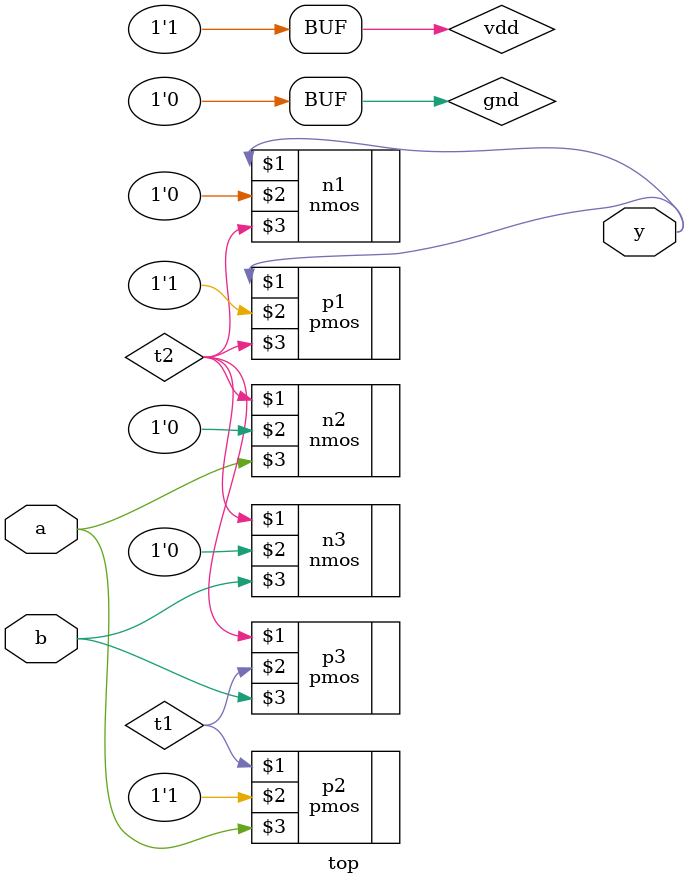
<source format=v>
`timescale 1ns / 1ps

module top(
    input a, b,
    output y
    );

supply1 vdd;
supply0 gnd;
wire t1, t2;

pmos p2 (t1, vdd, a);
pmos p3 (t2, t1, b);

nmos n2 (t2, gnd, a);
nmos n3 (t2, gnd, b);

pmos p1 (y, vdd, t2);
nmos n1 (y, gnd, t2);

endmodule

</source>
